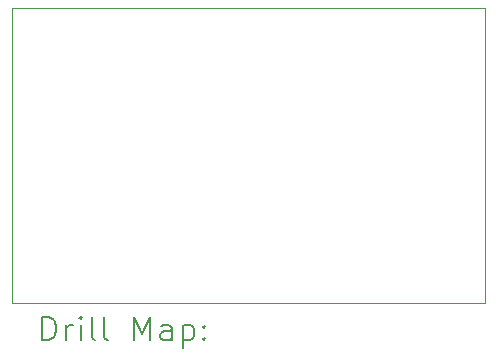
<source format=gbr>
%FSLAX45Y45*%
G04 Gerber Fmt 4.5, Leading zero omitted, Abs format (unit mm)*
G04 Created by KiCad (PCBNEW 6.0.1-79c1e3a40b~116~ubuntu21.04.1) date 2022-02-15 17:28:52*
%MOMM*%
%LPD*%
G01*
G04 APERTURE LIST*
%TA.AperFunction,Profile*%
%ADD10C,0.050000*%
%TD*%
%ADD11C,0.200000*%
G04 APERTURE END LIST*
D10*
X16000000Y-14000000D02*
X12000000Y-14000000D01*
X16000000Y-16500000D02*
X16000000Y-14000000D01*
X12000000Y-14000000D02*
X12000000Y-16500000D01*
X12000000Y-16500000D02*
X16000000Y-16500000D01*
D11*
X12255119Y-16812976D02*
X12255119Y-16612976D01*
X12302738Y-16612976D01*
X12331309Y-16622500D01*
X12350357Y-16641548D01*
X12359881Y-16660595D01*
X12369405Y-16698690D01*
X12369405Y-16727262D01*
X12359881Y-16765357D01*
X12350357Y-16784405D01*
X12331309Y-16803452D01*
X12302738Y-16812976D01*
X12255119Y-16812976D01*
X12455119Y-16812976D02*
X12455119Y-16679643D01*
X12455119Y-16717738D02*
X12464643Y-16698690D01*
X12474167Y-16689167D01*
X12493214Y-16679643D01*
X12512262Y-16679643D01*
X12578928Y-16812976D02*
X12578928Y-16679643D01*
X12578928Y-16612976D02*
X12569405Y-16622500D01*
X12578928Y-16632024D01*
X12588452Y-16622500D01*
X12578928Y-16612976D01*
X12578928Y-16632024D01*
X12702738Y-16812976D02*
X12683690Y-16803452D01*
X12674167Y-16784405D01*
X12674167Y-16612976D01*
X12807500Y-16812976D02*
X12788452Y-16803452D01*
X12778928Y-16784405D01*
X12778928Y-16612976D01*
X13036071Y-16812976D02*
X13036071Y-16612976D01*
X13102738Y-16755833D01*
X13169405Y-16612976D01*
X13169405Y-16812976D01*
X13350357Y-16812976D02*
X13350357Y-16708214D01*
X13340833Y-16689167D01*
X13321786Y-16679643D01*
X13283690Y-16679643D01*
X13264643Y-16689167D01*
X13350357Y-16803452D02*
X13331309Y-16812976D01*
X13283690Y-16812976D01*
X13264643Y-16803452D01*
X13255119Y-16784405D01*
X13255119Y-16765357D01*
X13264643Y-16746309D01*
X13283690Y-16736786D01*
X13331309Y-16736786D01*
X13350357Y-16727262D01*
X13445595Y-16679643D02*
X13445595Y-16879643D01*
X13445595Y-16689167D02*
X13464643Y-16679643D01*
X13502738Y-16679643D01*
X13521786Y-16689167D01*
X13531309Y-16698690D01*
X13540833Y-16717738D01*
X13540833Y-16774881D01*
X13531309Y-16793929D01*
X13521786Y-16803452D01*
X13502738Y-16812976D01*
X13464643Y-16812976D01*
X13445595Y-16803452D01*
X13626548Y-16793929D02*
X13636071Y-16803452D01*
X13626548Y-16812976D01*
X13617024Y-16803452D01*
X13626548Y-16793929D01*
X13626548Y-16812976D01*
X13626548Y-16689167D02*
X13636071Y-16698690D01*
X13626548Y-16708214D01*
X13617024Y-16698690D01*
X13626548Y-16689167D01*
X13626548Y-16708214D01*
M02*

</source>
